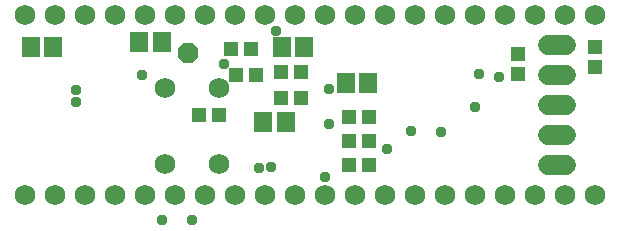
<source format=gbr>
G04 EAGLE Gerber RS-274X export*
G75*
%MOMM*%
%FSLAX34Y34*%
%LPD*%
%INSoldermask Bottom*%
%IPPOS*%
%AMOC8*
5,1,8,0,0,1.08239X$1,22.5*%
G01*
%ADD10R,1.303200X1.203200*%
%ADD11R,1.503200X1.703200*%
%ADD12R,1.203200X1.303200*%
%ADD13C,1.727200*%
%ADD14P,1.869504X8X22.500000*%
%ADD15C,1.727200*%
%ADD16C,0.959600*%


D10*
X506975Y169863D03*
X489975Y169863D03*
D11*
X509563Y190500D03*
X490563Y190500D03*
D10*
X564125Y131763D03*
X547125Y131763D03*
D11*
X563538Y160338D03*
X544538Y160338D03*
D10*
X506975Y147638D03*
X489975Y147638D03*
D11*
X388913Y195263D03*
X369913Y195263D03*
X493688Y127000D03*
X474688Y127000D03*
D12*
X464113Y188913D03*
X447113Y188913D03*
D13*
X755650Y65088D03*
X730250Y65088D03*
X704850Y65088D03*
X679450Y65088D03*
X654050Y65088D03*
X628650Y65088D03*
X603250Y65088D03*
X577850Y65088D03*
X552450Y65088D03*
X527050Y65088D03*
X501650Y65088D03*
X476250Y65088D03*
X450850Y65088D03*
X425450Y65088D03*
X400050Y65088D03*
X374650Y65088D03*
X349250Y65088D03*
X323850Y65088D03*
X298450Y65088D03*
X273050Y65088D03*
X273050Y217488D03*
X298450Y217488D03*
X323850Y217488D03*
X349250Y217488D03*
X374650Y217488D03*
X400050Y217488D03*
X425450Y217488D03*
X450850Y217488D03*
X476250Y217488D03*
X501650Y217488D03*
X527050Y217488D03*
X552450Y217488D03*
X577850Y217488D03*
X603250Y217488D03*
X628650Y217488D03*
X654050Y217488D03*
X679450Y217488D03*
X704850Y217488D03*
X730250Y217488D03*
X755650Y217488D03*
D14*
X411163Y185738D03*
D10*
X690563Y167713D03*
X690563Y184713D03*
D12*
X420125Y133350D03*
X437125Y133350D03*
X451875Y166688D03*
X468875Y166688D03*
D15*
X716280Y192088D02*
X731520Y192088D01*
X731520Y166688D02*
X716280Y166688D01*
X716280Y141288D02*
X731520Y141288D01*
X731520Y115888D02*
X716280Y115888D01*
X716280Y90488D02*
X731520Y90488D01*
D11*
X277838Y190500D03*
X296838Y190500D03*
D12*
X755650Y191063D03*
X755650Y174063D03*
D13*
X391732Y91313D03*
X436944Y91313D03*
X391732Y156337D03*
X436944Y156337D03*
D12*
X564125Y111125D03*
X547125Y111125D03*
X564125Y90488D03*
X547125Y90488D03*
D16*
X625475Y119063D03*
X371791Y167389D03*
X530225Y155575D03*
X530225Y125413D03*
X654050Y139700D03*
X441325Y176213D03*
X674688Y165100D03*
X485775Y204068D03*
X315913Y144375D03*
X315913Y154225D03*
X579438Y104775D03*
X600075Y119987D03*
X388938Y44450D03*
X414338Y44450D03*
X470783Y88017D03*
X481535Y89091D03*
X527050Y80963D03*
X657239Y168261D03*
M02*

</source>
